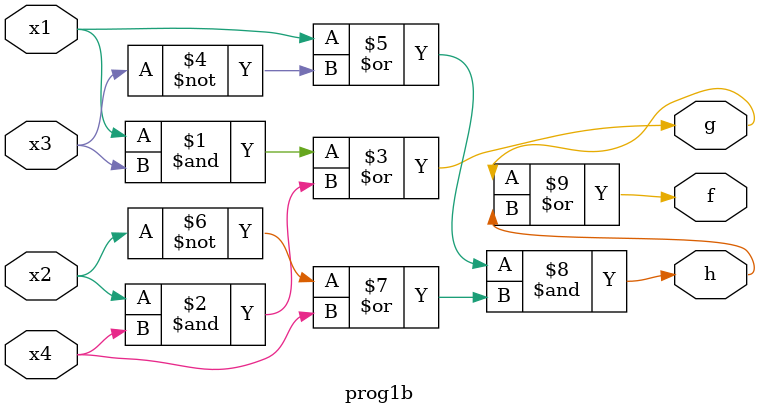
<source format=v>
module prog1b(x1, x2, x3, x4, f, g, h);
input x1, x2, x3, x4;
output f, g, h;
assign g = (x1&x3)|(x2&x4);
assign h = (x1|~x3)&(~x2|x4);
assign f = g|h;
endmodule

</source>
